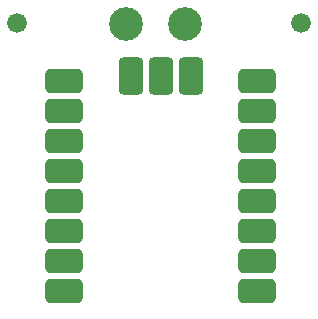
<source format=gts>
G04*
G04 #@! TF.GenerationSoftware,Altium Limited,Altium Designer,22.2.1 (43)*
G04*
G04 Layer_Color=8388736*
%FSLAX24Y24*%
%MOIN*%
G70*
G04*
G04 #@! TF.SameCoordinates,757E67FC-675A-4625-AC2D-E40298A33DAC*
G04*
G04*
G04 #@! TF.FilePolarity,Negative*
G04*
G01*
G75*
G04:AMPARAMS|DCode=13|XSize=124mil|YSize=80.7mil|CornerRadius=14.2mil|HoleSize=0mil|Usage=FLASHONLY|Rotation=180.000|XOffset=0mil|YOffset=0mil|HoleType=Round|Shape=RoundedRectangle|*
%AMROUNDEDRECTD13*
21,1,0.1240,0.0524,0,0,180.0*
21,1,0.0957,0.0807,0,0,180.0*
1,1,0.0283,-0.0478,0.0262*
1,1,0.0283,0.0478,0.0262*
1,1,0.0283,0.0478,-0.0262*
1,1,0.0283,-0.0478,-0.0262*
%
%ADD13ROUNDEDRECTD13*%
G04:AMPARAMS|DCode=14|XSize=124mil|YSize=80.7mil|CornerRadius=14.2mil|HoleSize=0mil|Usage=FLASHONLY|Rotation=270.000|XOffset=0mil|YOffset=0mil|HoleType=Round|Shape=RoundedRectangle|*
%AMROUNDEDRECTD14*
21,1,0.1240,0.0524,0,0,270.0*
21,1,0.0957,0.0807,0,0,270.0*
1,1,0.0283,-0.0262,-0.0478*
1,1,0.0283,-0.0262,0.0478*
1,1,0.0283,0.0262,0.0478*
1,1,0.0283,0.0262,-0.0478*
%
%ADD14ROUNDEDRECTD14*%
%ADD15C,0.0659*%
%ADD16C,0.1122*%
D13*
X12716Y900D02*
D03*
Y7900D02*
D03*
Y3900D02*
D03*
Y4900D02*
D03*
Y5900D02*
D03*
Y6900D02*
D03*
Y2900D02*
D03*
Y1900D02*
D03*
X6284Y7900D02*
D03*
Y6900D02*
D03*
Y5900D02*
D03*
Y4900D02*
D03*
Y3900D02*
D03*
Y2900D02*
D03*
Y1900D02*
D03*
Y900D02*
D03*
D14*
X8500Y8073D02*
D03*
X10500D02*
D03*
X9500D02*
D03*
D15*
X12716Y900D02*
D03*
Y1900D02*
D03*
Y2900D02*
D03*
Y3900D02*
D03*
Y4900D02*
D03*
Y5900D02*
D03*
Y6900D02*
D03*
Y7900D02*
D03*
X6284D02*
D03*
Y6900D02*
D03*
Y5900D02*
D03*
Y3900D02*
D03*
Y2900D02*
D03*
Y1900D02*
D03*
Y900D02*
D03*
Y4900D02*
D03*
X14173Y9843D02*
D03*
X4724D02*
D03*
D16*
X8350Y9800D02*
D03*
X10318D02*
D03*
M02*

</source>
